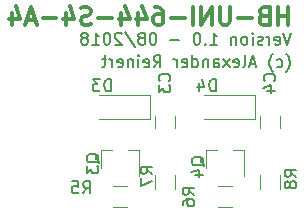
<source format=gbr>
%TF.GenerationSoftware,KiCad,Pcbnew,4.0.7*%
%TF.CreationDate,2018-08-19T23:23:26+02:00*%
%TF.ProjectId,HB-UNI-644-S4-A4,48422D554E492D3634342D53342D4134,2.0*%
%TF.FileFunction,Legend,Bot*%
%FSLAX46Y46*%
G04 Gerber Fmt 4.6, Leading zero omitted, Abs format (unit mm)*
G04 Created by KiCad (PCBNEW 4.0.7) date 08/19/18 23:23:26*
%MOMM*%
%LPD*%
G01*
G04 APERTURE LIST*
%ADD10C,0.100000*%
%ADD11C,0.150000*%
%ADD12C,0.300000*%
%ADD13C,0.120000*%
%ADD14R,1.700000X1.700000*%
%ADD15O,1.700000X1.700000*%
%ADD16R,1.250000X1.500000*%
%ADD17R,1.300000X1.700000*%
%ADD18R,2.000000X2.600000*%
%ADD19O,2.000000X2.600000*%
%ADD20R,2.600000X2.000000*%
%ADD21O,2.600000X2.000000*%
%ADD22R,0.800000X0.900000*%
%ADD23R,1.500000X1.300000*%
%ADD24R,1.300000X1.500000*%
G04 APERTURE END LIST*
D10*
D11*
X113141190Y-93543333D02*
X113188810Y-93495714D01*
X113284048Y-93352857D01*
X113331667Y-93257619D01*
X113379286Y-93114762D01*
X113426905Y-92876667D01*
X113426905Y-92686190D01*
X113379286Y-92448095D01*
X113331667Y-92305238D01*
X113284048Y-92210000D01*
X113188810Y-92067143D01*
X113141190Y-92019524D01*
X112331666Y-93114762D02*
X112426904Y-93162381D01*
X112617381Y-93162381D01*
X112712619Y-93114762D01*
X112760238Y-93067143D01*
X112807857Y-92971905D01*
X112807857Y-92686190D01*
X112760238Y-92590952D01*
X112712619Y-92543333D01*
X112617381Y-92495714D01*
X112426904Y-92495714D01*
X112331666Y-92543333D01*
X111998333Y-93543333D02*
X111950714Y-93495714D01*
X111855476Y-93352857D01*
X111807857Y-93257619D01*
X111760238Y-93114762D01*
X111712619Y-92876667D01*
X111712619Y-92686190D01*
X111760238Y-92448095D01*
X111807857Y-92305238D01*
X111855476Y-92210000D01*
X111950714Y-92067143D01*
X111998333Y-92019524D01*
X110522142Y-92876667D02*
X110045951Y-92876667D01*
X110617380Y-93162381D02*
X110284047Y-92162381D01*
X109950713Y-93162381D01*
X109474523Y-93162381D02*
X109569761Y-93114762D01*
X109617380Y-93019524D01*
X109617380Y-92162381D01*
X108712617Y-93114762D02*
X108807855Y-93162381D01*
X108998332Y-93162381D01*
X109093570Y-93114762D01*
X109141189Y-93019524D01*
X109141189Y-92638571D01*
X109093570Y-92543333D01*
X108998332Y-92495714D01*
X108807855Y-92495714D01*
X108712617Y-92543333D01*
X108664998Y-92638571D01*
X108664998Y-92733810D01*
X109141189Y-92829048D01*
X108331665Y-93162381D02*
X107807855Y-92495714D01*
X108331665Y-92495714D02*
X107807855Y-93162381D01*
X106998331Y-93162381D02*
X106998331Y-92638571D01*
X107045950Y-92543333D01*
X107141188Y-92495714D01*
X107331665Y-92495714D01*
X107426903Y-92543333D01*
X106998331Y-93114762D02*
X107093569Y-93162381D01*
X107331665Y-93162381D01*
X107426903Y-93114762D01*
X107474522Y-93019524D01*
X107474522Y-92924286D01*
X107426903Y-92829048D01*
X107331665Y-92781429D01*
X107093569Y-92781429D01*
X106998331Y-92733810D01*
X106522141Y-92495714D02*
X106522141Y-93162381D01*
X106522141Y-92590952D02*
X106474522Y-92543333D01*
X106379284Y-92495714D01*
X106236426Y-92495714D01*
X106141188Y-92543333D01*
X106093569Y-92638571D01*
X106093569Y-93162381D01*
X105188807Y-93162381D02*
X105188807Y-92162381D01*
X105188807Y-93114762D02*
X105284045Y-93162381D01*
X105474522Y-93162381D01*
X105569760Y-93114762D01*
X105617379Y-93067143D01*
X105664998Y-92971905D01*
X105664998Y-92686190D01*
X105617379Y-92590952D01*
X105569760Y-92543333D01*
X105474522Y-92495714D01*
X105284045Y-92495714D01*
X105188807Y-92543333D01*
X104331664Y-93114762D02*
X104426902Y-93162381D01*
X104617379Y-93162381D01*
X104712617Y-93114762D01*
X104760236Y-93019524D01*
X104760236Y-92638571D01*
X104712617Y-92543333D01*
X104617379Y-92495714D01*
X104426902Y-92495714D01*
X104331664Y-92543333D01*
X104284045Y-92638571D01*
X104284045Y-92733810D01*
X104760236Y-92829048D01*
X103855474Y-93162381D02*
X103855474Y-92495714D01*
X103855474Y-92686190D02*
X103807855Y-92590952D01*
X103760236Y-92543333D01*
X103664998Y-92495714D01*
X103569759Y-92495714D01*
X101903092Y-93162381D02*
X102236426Y-92686190D01*
X102474521Y-93162381D02*
X102474521Y-92162381D01*
X102093568Y-92162381D01*
X101998330Y-92210000D01*
X101950711Y-92257619D01*
X101903092Y-92352857D01*
X101903092Y-92495714D01*
X101950711Y-92590952D01*
X101998330Y-92638571D01*
X102093568Y-92686190D01*
X102474521Y-92686190D01*
X101093568Y-93114762D02*
X101188806Y-93162381D01*
X101379283Y-93162381D01*
X101474521Y-93114762D01*
X101522140Y-93019524D01*
X101522140Y-92638571D01*
X101474521Y-92543333D01*
X101379283Y-92495714D01*
X101188806Y-92495714D01*
X101093568Y-92543333D01*
X101045949Y-92638571D01*
X101045949Y-92733810D01*
X101522140Y-92829048D01*
X100617378Y-93162381D02*
X100617378Y-92495714D01*
X100617378Y-92162381D02*
X100664997Y-92210000D01*
X100617378Y-92257619D01*
X100569759Y-92210000D01*
X100617378Y-92162381D01*
X100617378Y-92257619D01*
X100141188Y-92495714D02*
X100141188Y-93162381D01*
X100141188Y-92590952D02*
X100093569Y-92543333D01*
X99998331Y-92495714D01*
X99855473Y-92495714D01*
X99760235Y-92543333D01*
X99712616Y-92638571D01*
X99712616Y-93162381D01*
X98855473Y-93114762D02*
X98950711Y-93162381D01*
X99141188Y-93162381D01*
X99236426Y-93114762D01*
X99284045Y-93019524D01*
X99284045Y-92638571D01*
X99236426Y-92543333D01*
X99141188Y-92495714D01*
X98950711Y-92495714D01*
X98855473Y-92543333D01*
X98807854Y-92638571D01*
X98807854Y-92733810D01*
X99284045Y-92829048D01*
X98379283Y-93162381D02*
X98379283Y-92495714D01*
X98379283Y-92686190D02*
X98331664Y-92590952D01*
X98284045Y-92543333D01*
X98188807Y-92495714D01*
X98093568Y-92495714D01*
X97903092Y-92495714D02*
X97522140Y-92495714D01*
X97760235Y-92162381D02*
X97760235Y-93019524D01*
X97712616Y-93114762D01*
X97617378Y-93162381D01*
X97522140Y-93162381D01*
X113569762Y-90257381D02*
X113236429Y-91257381D01*
X112903095Y-90257381D01*
X112188809Y-91209762D02*
X112284047Y-91257381D01*
X112474524Y-91257381D01*
X112569762Y-91209762D01*
X112617381Y-91114524D01*
X112617381Y-90733571D01*
X112569762Y-90638333D01*
X112474524Y-90590714D01*
X112284047Y-90590714D01*
X112188809Y-90638333D01*
X112141190Y-90733571D01*
X112141190Y-90828810D01*
X112617381Y-90924048D01*
X111712619Y-91257381D02*
X111712619Y-90590714D01*
X111712619Y-90781190D02*
X111665000Y-90685952D01*
X111617381Y-90638333D01*
X111522143Y-90590714D01*
X111426904Y-90590714D01*
X111141190Y-91209762D02*
X111045952Y-91257381D01*
X110855476Y-91257381D01*
X110760237Y-91209762D01*
X110712618Y-91114524D01*
X110712618Y-91066905D01*
X110760237Y-90971667D01*
X110855476Y-90924048D01*
X110998333Y-90924048D01*
X111093571Y-90876429D01*
X111141190Y-90781190D01*
X111141190Y-90733571D01*
X111093571Y-90638333D01*
X110998333Y-90590714D01*
X110855476Y-90590714D01*
X110760237Y-90638333D01*
X110284047Y-91257381D02*
X110284047Y-90590714D01*
X110284047Y-90257381D02*
X110331666Y-90305000D01*
X110284047Y-90352619D01*
X110236428Y-90305000D01*
X110284047Y-90257381D01*
X110284047Y-90352619D01*
X109665000Y-91257381D02*
X109760238Y-91209762D01*
X109807857Y-91162143D01*
X109855476Y-91066905D01*
X109855476Y-90781190D01*
X109807857Y-90685952D01*
X109760238Y-90638333D01*
X109665000Y-90590714D01*
X109522142Y-90590714D01*
X109426904Y-90638333D01*
X109379285Y-90685952D01*
X109331666Y-90781190D01*
X109331666Y-91066905D01*
X109379285Y-91162143D01*
X109426904Y-91209762D01*
X109522142Y-91257381D01*
X109665000Y-91257381D01*
X108903095Y-90590714D02*
X108903095Y-91257381D01*
X108903095Y-90685952D02*
X108855476Y-90638333D01*
X108760238Y-90590714D01*
X108617380Y-90590714D01*
X108522142Y-90638333D01*
X108474523Y-90733571D01*
X108474523Y-91257381D01*
X106712618Y-91257381D02*
X107284047Y-91257381D01*
X106998333Y-91257381D02*
X106998333Y-90257381D01*
X107093571Y-90400238D01*
X107188809Y-90495476D01*
X107284047Y-90543095D01*
X106284047Y-91162143D02*
X106236428Y-91209762D01*
X106284047Y-91257381D01*
X106331666Y-91209762D01*
X106284047Y-91162143D01*
X106284047Y-91257381D01*
X105617381Y-90257381D02*
X105522142Y-90257381D01*
X105426904Y-90305000D01*
X105379285Y-90352619D01*
X105331666Y-90447857D01*
X105284047Y-90638333D01*
X105284047Y-90876429D01*
X105331666Y-91066905D01*
X105379285Y-91162143D01*
X105426904Y-91209762D01*
X105522142Y-91257381D01*
X105617381Y-91257381D01*
X105712619Y-91209762D01*
X105760238Y-91162143D01*
X105807857Y-91066905D01*
X105855476Y-90876429D01*
X105855476Y-90638333D01*
X105807857Y-90447857D01*
X105760238Y-90352619D01*
X105712619Y-90305000D01*
X105617381Y-90257381D01*
X104093571Y-90876429D02*
X103331666Y-90876429D01*
X101903095Y-90257381D02*
X101807856Y-90257381D01*
X101712618Y-90305000D01*
X101664999Y-90352619D01*
X101617380Y-90447857D01*
X101569761Y-90638333D01*
X101569761Y-90876429D01*
X101617380Y-91066905D01*
X101664999Y-91162143D01*
X101712618Y-91209762D01*
X101807856Y-91257381D01*
X101903095Y-91257381D01*
X101998333Y-91209762D01*
X102045952Y-91162143D01*
X102093571Y-91066905D01*
X102141190Y-90876429D01*
X102141190Y-90638333D01*
X102093571Y-90447857D01*
X102045952Y-90352619D01*
X101998333Y-90305000D01*
X101903095Y-90257381D01*
X100998333Y-90685952D02*
X101093571Y-90638333D01*
X101141190Y-90590714D01*
X101188809Y-90495476D01*
X101188809Y-90447857D01*
X101141190Y-90352619D01*
X101093571Y-90305000D01*
X100998333Y-90257381D01*
X100807856Y-90257381D01*
X100712618Y-90305000D01*
X100664999Y-90352619D01*
X100617380Y-90447857D01*
X100617380Y-90495476D01*
X100664999Y-90590714D01*
X100712618Y-90638333D01*
X100807856Y-90685952D01*
X100998333Y-90685952D01*
X101093571Y-90733571D01*
X101141190Y-90781190D01*
X101188809Y-90876429D01*
X101188809Y-91066905D01*
X101141190Y-91162143D01*
X101093571Y-91209762D01*
X100998333Y-91257381D01*
X100807856Y-91257381D01*
X100712618Y-91209762D01*
X100664999Y-91162143D01*
X100617380Y-91066905D01*
X100617380Y-90876429D01*
X100664999Y-90781190D01*
X100712618Y-90733571D01*
X100807856Y-90685952D01*
X99474523Y-90209762D02*
X100331666Y-91495476D01*
X99188809Y-90352619D02*
X99141190Y-90305000D01*
X99045952Y-90257381D01*
X98807856Y-90257381D01*
X98712618Y-90305000D01*
X98664999Y-90352619D01*
X98617380Y-90447857D01*
X98617380Y-90543095D01*
X98664999Y-90685952D01*
X99236428Y-91257381D01*
X98617380Y-91257381D01*
X97998333Y-90257381D02*
X97903094Y-90257381D01*
X97807856Y-90305000D01*
X97760237Y-90352619D01*
X97712618Y-90447857D01*
X97664999Y-90638333D01*
X97664999Y-90876429D01*
X97712618Y-91066905D01*
X97760237Y-91162143D01*
X97807856Y-91209762D01*
X97903094Y-91257381D01*
X97998333Y-91257381D01*
X98093571Y-91209762D01*
X98141190Y-91162143D01*
X98188809Y-91066905D01*
X98236428Y-90876429D01*
X98236428Y-90638333D01*
X98188809Y-90447857D01*
X98141190Y-90352619D01*
X98093571Y-90305000D01*
X97998333Y-90257381D01*
X96712618Y-91257381D02*
X97284047Y-91257381D01*
X96998333Y-91257381D02*
X96998333Y-90257381D01*
X97093571Y-90400238D01*
X97188809Y-90495476D01*
X97284047Y-90543095D01*
X96141190Y-90685952D02*
X96236428Y-90638333D01*
X96284047Y-90590714D01*
X96331666Y-90495476D01*
X96331666Y-90447857D01*
X96284047Y-90352619D01*
X96236428Y-90305000D01*
X96141190Y-90257381D01*
X95950713Y-90257381D01*
X95855475Y-90305000D01*
X95807856Y-90352619D01*
X95760237Y-90447857D01*
X95760237Y-90495476D01*
X95807856Y-90590714D01*
X95855475Y-90638333D01*
X95950713Y-90685952D01*
X96141190Y-90685952D01*
X96236428Y-90733571D01*
X96284047Y-90781190D01*
X96331666Y-90876429D01*
X96331666Y-91066905D01*
X96284047Y-91162143D01*
X96236428Y-91209762D01*
X96141190Y-91257381D01*
X95950713Y-91257381D01*
X95855475Y-91209762D01*
X95807856Y-91162143D01*
X95760237Y-91066905D01*
X95760237Y-90876429D01*
X95807856Y-90781190D01*
X95855475Y-90733571D01*
X95950713Y-90685952D01*
D12*
X113307857Y-89578571D02*
X113307857Y-88078571D01*
X113307857Y-88792857D02*
X112450714Y-88792857D01*
X112450714Y-89578571D02*
X112450714Y-88078571D01*
X111236428Y-88792857D02*
X111022142Y-88864286D01*
X110950714Y-88935714D01*
X110879285Y-89078571D01*
X110879285Y-89292857D01*
X110950714Y-89435714D01*
X111022142Y-89507143D01*
X111165000Y-89578571D01*
X111736428Y-89578571D01*
X111736428Y-88078571D01*
X111236428Y-88078571D01*
X111093571Y-88150000D01*
X111022142Y-88221429D01*
X110950714Y-88364286D01*
X110950714Y-88507143D01*
X111022142Y-88650000D01*
X111093571Y-88721429D01*
X111236428Y-88792857D01*
X111736428Y-88792857D01*
X110236428Y-89007143D02*
X109093571Y-89007143D01*
X108379285Y-88078571D02*
X108379285Y-89292857D01*
X108307857Y-89435714D01*
X108236428Y-89507143D01*
X108093571Y-89578571D01*
X107807857Y-89578571D01*
X107664999Y-89507143D01*
X107593571Y-89435714D01*
X107522142Y-89292857D01*
X107522142Y-88078571D01*
X106807856Y-89578571D02*
X106807856Y-88078571D01*
X105950713Y-89578571D01*
X105950713Y-88078571D01*
X105236427Y-89578571D02*
X105236427Y-88078571D01*
X104522141Y-89007143D02*
X103379284Y-89007143D01*
X102022141Y-88078571D02*
X102307855Y-88078571D01*
X102450712Y-88150000D01*
X102522141Y-88221429D01*
X102664998Y-88435714D01*
X102736427Y-88721429D01*
X102736427Y-89292857D01*
X102664998Y-89435714D01*
X102593570Y-89507143D01*
X102450712Y-89578571D01*
X102164998Y-89578571D01*
X102022141Y-89507143D01*
X101950712Y-89435714D01*
X101879284Y-89292857D01*
X101879284Y-88935714D01*
X101950712Y-88792857D01*
X102022141Y-88721429D01*
X102164998Y-88650000D01*
X102450712Y-88650000D01*
X102593570Y-88721429D01*
X102664998Y-88792857D01*
X102736427Y-88935714D01*
X100593570Y-88578571D02*
X100593570Y-89578571D01*
X100950713Y-88007143D02*
X101307856Y-89078571D01*
X100379284Y-89078571D01*
X99164999Y-88578571D02*
X99164999Y-89578571D01*
X99522142Y-88007143D02*
X99879285Y-89078571D01*
X98950713Y-89078571D01*
X98379285Y-89007143D02*
X97236428Y-89007143D01*
X96593571Y-89507143D02*
X96379285Y-89578571D01*
X96022142Y-89578571D01*
X95879285Y-89507143D01*
X95807856Y-89435714D01*
X95736428Y-89292857D01*
X95736428Y-89150000D01*
X95807856Y-89007143D01*
X95879285Y-88935714D01*
X96022142Y-88864286D01*
X96307856Y-88792857D01*
X96450714Y-88721429D01*
X96522142Y-88650000D01*
X96593571Y-88507143D01*
X96593571Y-88364286D01*
X96522142Y-88221429D01*
X96450714Y-88150000D01*
X96307856Y-88078571D01*
X95950714Y-88078571D01*
X95736428Y-88150000D01*
X94450714Y-88578571D02*
X94450714Y-89578571D01*
X94807857Y-88007143D02*
X95165000Y-89078571D01*
X94236428Y-89078571D01*
X93665000Y-89007143D02*
X92522143Y-89007143D01*
X91879286Y-89150000D02*
X91165000Y-89150000D01*
X92022143Y-89578571D02*
X91522143Y-88078571D01*
X91022143Y-89578571D01*
X89879286Y-88578571D02*
X89879286Y-89578571D01*
X90236429Y-88007143D02*
X90593572Y-89078571D01*
X89665000Y-89078571D01*
D13*
X102020000Y-98290000D02*
X102020000Y-97290000D01*
X103720000Y-97290000D02*
X103720000Y-98290000D01*
X110910000Y-98290000D02*
X110910000Y-97290000D01*
X112610000Y-97290000D02*
X112610000Y-98290000D01*
X97310000Y-95520000D02*
X101610000Y-95520000D01*
X101610000Y-95520000D02*
X101610000Y-97520000D01*
X101610000Y-97520000D02*
X97310000Y-97520000D01*
X106200000Y-95520000D02*
X110500000Y-95520000D01*
X110500000Y-95520000D02*
X110500000Y-97520000D01*
X110500000Y-97520000D02*
X106200000Y-97520000D01*
X97480000Y-100205000D02*
X98410000Y-100205000D01*
X100640000Y-100205000D02*
X99710000Y-100205000D01*
X100640000Y-100205000D02*
X100640000Y-102365000D01*
X97480000Y-100205000D02*
X97480000Y-101665000D01*
X106370000Y-100205000D02*
X107300000Y-100205000D01*
X109530000Y-100205000D02*
X108600000Y-100205000D01*
X109530000Y-100205000D02*
X109530000Y-102365000D01*
X106370000Y-100205000D02*
X106370000Y-101665000D01*
X98460000Y-105020000D02*
X99660000Y-105020000D01*
X99660000Y-103260000D02*
X98460000Y-103260000D01*
X107350000Y-105020000D02*
X108550000Y-105020000D01*
X108550000Y-103260000D02*
X107350000Y-103260000D01*
X103750000Y-103470000D02*
X103750000Y-102270000D01*
X101990000Y-102270000D02*
X101990000Y-103470000D01*
X112640000Y-103470000D02*
X112640000Y-102270000D01*
X110880000Y-102270000D02*
X110880000Y-103470000D01*
D11*
X103227143Y-94321334D02*
X103274762Y-94273715D01*
X103322381Y-94130858D01*
X103322381Y-94035620D01*
X103274762Y-93892762D01*
X103179524Y-93797524D01*
X103084286Y-93749905D01*
X102893810Y-93702286D01*
X102750952Y-93702286D01*
X102560476Y-93749905D01*
X102465238Y-93797524D01*
X102370000Y-93892762D01*
X102322381Y-94035620D01*
X102322381Y-94130858D01*
X102370000Y-94273715D01*
X102417619Y-94321334D01*
X102322381Y-94654667D02*
X102322381Y-95273715D01*
X102703333Y-94940381D01*
X102703333Y-95083239D01*
X102750952Y-95178477D01*
X102798571Y-95226096D01*
X102893810Y-95273715D01*
X103131905Y-95273715D01*
X103227143Y-95226096D01*
X103274762Y-95178477D01*
X103322381Y-95083239D01*
X103322381Y-94797524D01*
X103274762Y-94702286D01*
X103227143Y-94654667D01*
X112117143Y-94321334D02*
X112164762Y-94273715D01*
X112212381Y-94130858D01*
X112212381Y-94035620D01*
X112164762Y-93892762D01*
X112069524Y-93797524D01*
X111974286Y-93749905D01*
X111783810Y-93702286D01*
X111640952Y-93702286D01*
X111450476Y-93749905D01*
X111355238Y-93797524D01*
X111260000Y-93892762D01*
X111212381Y-94035620D01*
X111212381Y-94130858D01*
X111260000Y-94273715D01*
X111307619Y-94321334D01*
X111545714Y-95178477D02*
X112212381Y-95178477D01*
X111164762Y-94940381D02*
X111879048Y-94702286D01*
X111879048Y-95321334D01*
X98274095Y-95194381D02*
X98274095Y-94194381D01*
X98036000Y-94194381D01*
X97893142Y-94242000D01*
X97797904Y-94337238D01*
X97750285Y-94432476D01*
X97702666Y-94622952D01*
X97702666Y-94765810D01*
X97750285Y-94956286D01*
X97797904Y-95051524D01*
X97893142Y-95146762D01*
X98036000Y-95194381D01*
X98274095Y-95194381D01*
X97369333Y-94194381D02*
X96750285Y-94194381D01*
X97083619Y-94575333D01*
X96940761Y-94575333D01*
X96845523Y-94622952D01*
X96797904Y-94670571D01*
X96750285Y-94765810D01*
X96750285Y-95003905D01*
X96797904Y-95099143D01*
X96845523Y-95146762D01*
X96940761Y-95194381D01*
X97226476Y-95194381D01*
X97321714Y-95146762D01*
X97369333Y-95099143D01*
X107164095Y-95194381D02*
X107164095Y-94194381D01*
X106926000Y-94194381D01*
X106783142Y-94242000D01*
X106687904Y-94337238D01*
X106640285Y-94432476D01*
X106592666Y-94622952D01*
X106592666Y-94765810D01*
X106640285Y-94956286D01*
X106687904Y-95051524D01*
X106783142Y-95146762D01*
X106926000Y-95194381D01*
X107164095Y-95194381D01*
X105735523Y-94527714D02*
X105735523Y-95194381D01*
X105973619Y-94146762D02*
X106211714Y-94861048D01*
X105592666Y-94861048D01*
X97321619Y-101250762D02*
X97274000Y-101155524D01*
X97178762Y-101060286D01*
X97035905Y-100917429D01*
X96988286Y-100822190D01*
X96988286Y-100726952D01*
X97226381Y-100774571D02*
X97178762Y-100679333D01*
X97083524Y-100584095D01*
X96893048Y-100536476D01*
X96559714Y-100536476D01*
X96369238Y-100584095D01*
X96274000Y-100679333D01*
X96226381Y-100774571D01*
X96226381Y-100965048D01*
X96274000Y-101060286D01*
X96369238Y-101155524D01*
X96559714Y-101203143D01*
X96893048Y-101203143D01*
X97083524Y-101155524D01*
X97178762Y-101060286D01*
X97226381Y-100965048D01*
X97226381Y-100774571D01*
X96226381Y-101536476D02*
X96226381Y-102155524D01*
X96607333Y-101822190D01*
X96607333Y-101965048D01*
X96654952Y-102060286D01*
X96702571Y-102107905D01*
X96797810Y-102155524D01*
X97035905Y-102155524D01*
X97131143Y-102107905D01*
X97178762Y-102060286D01*
X97226381Y-101965048D01*
X97226381Y-101679333D01*
X97178762Y-101584095D01*
X97131143Y-101536476D01*
X106211619Y-101504762D02*
X106164000Y-101409524D01*
X106068762Y-101314286D01*
X105925905Y-101171429D01*
X105878286Y-101076190D01*
X105878286Y-100980952D01*
X106116381Y-101028571D02*
X106068762Y-100933333D01*
X105973524Y-100838095D01*
X105783048Y-100790476D01*
X105449714Y-100790476D01*
X105259238Y-100838095D01*
X105164000Y-100933333D01*
X105116381Y-101028571D01*
X105116381Y-101219048D01*
X105164000Y-101314286D01*
X105259238Y-101409524D01*
X105449714Y-101457143D01*
X105783048Y-101457143D01*
X105973524Y-101409524D01*
X106068762Y-101314286D01*
X106116381Y-101219048D01*
X106116381Y-101028571D01*
X105449714Y-102314286D02*
X106116381Y-102314286D01*
X105068762Y-102076190D02*
X105783048Y-101838095D01*
X105783048Y-102457143D01*
X95924666Y-103830381D02*
X96258000Y-103354190D01*
X96496095Y-103830381D02*
X96496095Y-102830381D01*
X96115142Y-102830381D01*
X96019904Y-102878000D01*
X95972285Y-102925619D01*
X95924666Y-103020857D01*
X95924666Y-103163714D01*
X95972285Y-103258952D01*
X96019904Y-103306571D01*
X96115142Y-103354190D01*
X96496095Y-103354190D01*
X95019904Y-102830381D02*
X95496095Y-102830381D01*
X95543714Y-103306571D01*
X95496095Y-103258952D01*
X95400857Y-103211333D01*
X95162761Y-103211333D01*
X95067523Y-103258952D01*
X95019904Y-103306571D01*
X94972285Y-103401810D01*
X94972285Y-103639905D01*
X95019904Y-103735143D01*
X95067523Y-103782762D01*
X95162761Y-103830381D01*
X95400857Y-103830381D01*
X95496095Y-103782762D01*
X95543714Y-103735143D01*
X105354381Y-103973334D02*
X104878190Y-103640000D01*
X105354381Y-103401905D02*
X104354381Y-103401905D01*
X104354381Y-103782858D01*
X104402000Y-103878096D01*
X104449619Y-103925715D01*
X104544857Y-103973334D01*
X104687714Y-103973334D01*
X104782952Y-103925715D01*
X104830571Y-103878096D01*
X104878190Y-103782858D01*
X104878190Y-103401905D01*
X104354381Y-104830477D02*
X104354381Y-104640000D01*
X104402000Y-104544762D01*
X104449619Y-104497143D01*
X104592476Y-104401905D01*
X104782952Y-104354286D01*
X105163905Y-104354286D01*
X105259143Y-104401905D01*
X105306762Y-104449524D01*
X105354381Y-104544762D01*
X105354381Y-104735239D01*
X105306762Y-104830477D01*
X105259143Y-104878096D01*
X105163905Y-104925715D01*
X104925810Y-104925715D01*
X104830571Y-104878096D01*
X104782952Y-104830477D01*
X104735333Y-104735239D01*
X104735333Y-104544762D01*
X104782952Y-104449524D01*
X104830571Y-104401905D01*
X104925810Y-104354286D01*
X101798381Y-102195334D02*
X101322190Y-101862000D01*
X101798381Y-101623905D02*
X100798381Y-101623905D01*
X100798381Y-102004858D01*
X100846000Y-102100096D01*
X100893619Y-102147715D01*
X100988857Y-102195334D01*
X101131714Y-102195334D01*
X101226952Y-102147715D01*
X101274571Y-102100096D01*
X101322190Y-102004858D01*
X101322190Y-101623905D01*
X100798381Y-102528667D02*
X100798381Y-103195334D01*
X101798381Y-102766762D01*
X113990381Y-102449334D02*
X113514190Y-102116000D01*
X113990381Y-101877905D02*
X112990381Y-101877905D01*
X112990381Y-102258858D01*
X113038000Y-102354096D01*
X113085619Y-102401715D01*
X113180857Y-102449334D01*
X113323714Y-102449334D01*
X113418952Y-102401715D01*
X113466571Y-102354096D01*
X113514190Y-102258858D01*
X113514190Y-101877905D01*
X113418952Y-103020762D02*
X113371333Y-102925524D01*
X113323714Y-102877905D01*
X113228476Y-102830286D01*
X113180857Y-102830286D01*
X113085619Y-102877905D01*
X113038000Y-102925524D01*
X112990381Y-103020762D01*
X112990381Y-103211239D01*
X113038000Y-103306477D01*
X113085619Y-103354096D01*
X113180857Y-103401715D01*
X113228476Y-103401715D01*
X113323714Y-103354096D01*
X113371333Y-103306477D01*
X113418952Y-103211239D01*
X113418952Y-103020762D01*
X113466571Y-102925524D01*
X113514190Y-102877905D01*
X113609429Y-102830286D01*
X113799905Y-102830286D01*
X113895143Y-102877905D01*
X113942762Y-102925524D01*
X113990381Y-103020762D01*
X113990381Y-103211239D01*
X113942762Y-103306477D01*
X113895143Y-103354096D01*
X113799905Y-103401715D01*
X113609429Y-103401715D01*
X113514190Y-103354096D01*
X113466571Y-103306477D01*
X113418952Y-103211239D01*
%LPC*%
D14*
X118110000Y-104140000D03*
D15*
X115570000Y-104140000D03*
X118110000Y-101600000D03*
X115570000Y-101600000D03*
X118110000Y-99060000D03*
X115570000Y-99060000D03*
X118110000Y-96520000D03*
X115570000Y-96520000D03*
X118110000Y-93980000D03*
X115570000Y-93980000D03*
X118110000Y-91440000D03*
X115570000Y-91440000D03*
X118110000Y-88900000D03*
X115570000Y-88900000D03*
X118110000Y-86360000D03*
X115570000Y-86360000D03*
X118110000Y-83820000D03*
X115570000Y-83820000D03*
D16*
X102870000Y-96540000D03*
X102870000Y-99040000D03*
X111760000Y-96540000D03*
X111760000Y-99040000D03*
D17*
X100810000Y-96520000D03*
X97310000Y-96520000D03*
X109700000Y-96520000D03*
X106200000Y-96520000D03*
D18*
X93345000Y-86360000D03*
D19*
X95885000Y-86360000D03*
X98425000Y-86360000D03*
X100965000Y-86360000D03*
D20*
X92710000Y-102870000D03*
D21*
X92710000Y-100330000D03*
X92710000Y-97790000D03*
X92710000Y-95250000D03*
X92710000Y-92710000D03*
D22*
X100010000Y-101965000D03*
X98110000Y-101965000D03*
X99060000Y-99965000D03*
X108900000Y-101965000D03*
X107000000Y-101965000D03*
X107950000Y-99965000D03*
D23*
X100410000Y-104140000D03*
X97710000Y-104140000D03*
X109300000Y-104140000D03*
X106600000Y-104140000D03*
D24*
X102870000Y-101520000D03*
X102870000Y-104220000D03*
X111760000Y-101520000D03*
X111760000Y-104220000D03*
M02*

</source>
